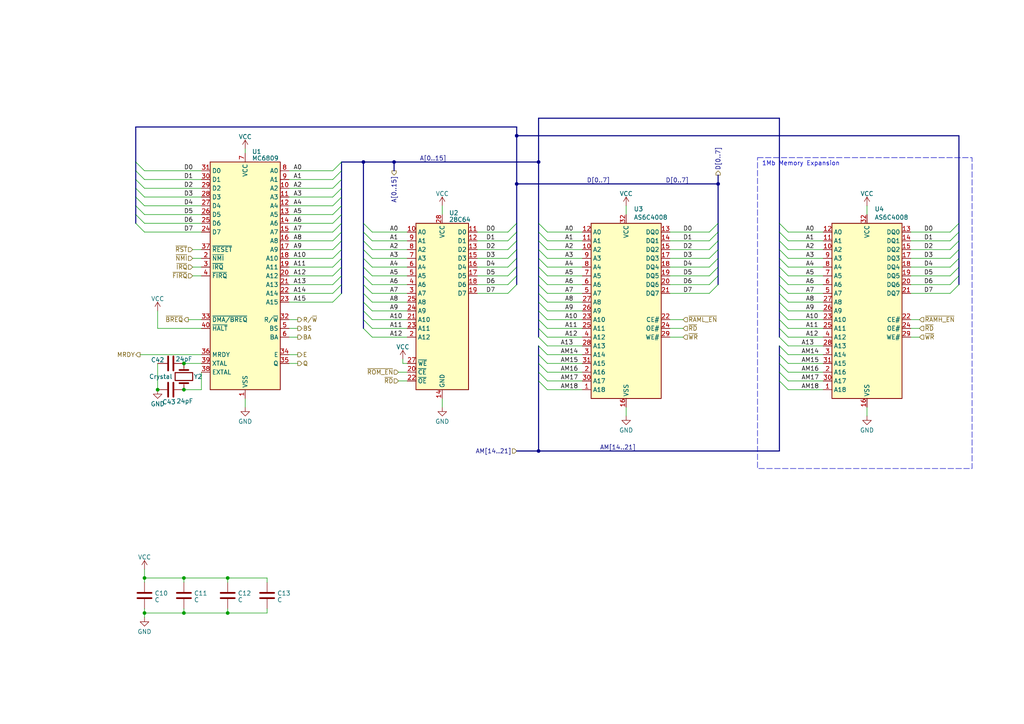
<source format=kicad_sch>
(kicad_sch (version 20231120) (generator "eeschema") (generator_version "8.0")
  (paper "A4")
  (lib_symbols
    (symbol "CPU_NXP_6800:MC6809"
      (property "Reference" "U" (at -7.62 34.29 0))
      (property "Value" "MC6809" (at 10.16 34.29 0))
      (symbol "MC6809_0_1"
        (rectangle (start -10.16 -33.02) (end 10.16 33.02) (stroke (width 0.254)) (fill (type background)))
      )
      (symbol "MC6809_1_1"
        (pin power_in line (at 0 -35.56 90) (length 2.54) (name "VSS") (number "1"))
        (pin output line (at 12.7 25.4 180) (length 2.54) (name "A2") (number "10"))
        (pin output line (at 12.7 22.86 180) (length 2.54) (name "A3") (number "11"))
        (pin output line (at 12.7 20.32 180) (length 2.54) (name "A4") (number "12"))
        (pin output line (at 12.7 17.78 180) (length 2.54) (name "A5") (number "13"))
        (pin output line (at 12.7 15.24 180) (length 2.54) (name "A6") (number "14"))
        (pin output line (at 12.7 12.7 180) (length 2.54) (name "A7") (number "15"))
        (pin output line (at 12.7 10.16 180) (length 2.54) (name "A8") (number "16"))
        (pin output line (at 12.7 7.62 180) (length 2.54) (name "A9") (number "17"))
        (pin output line (at 12.7 5.08 180) (length 2.54) (name "A10") (number "18"))
        (pin output line (at 12.7 2.54 180) (length 2.54) (name "A11") (number "19"))
        (pin input line (at -12.7 5.08 0) (length 2.54) (name "~{NMI}") (number "2"))
        (pin output line (at 12.7 0 180) (length 2.54) (name "A12") (number "20"))
        (pin output line (at 12.7 -2.54 180) (length 2.54) (name "A13") (number "21"))
        (pin output line (at 12.7 -5.08 180) (length 2.54) (name "A14") (number "22"))
        (pin output line (at 12.7 -7.62 180) (length 2.54) (name "A15") (number "23"))
        (pin bidirectional line (at -12.7 12.7 0) (length 2.54) (name "D7") (number "24"))
        (pin bidirectional line (at -12.7 15.24 0) (length 2.54) (name "D6") (number "25"))
        (pin bidirectional line (at -12.7 17.78 0) (length 2.54) (name "D5") (number "26"))
        (pin bidirectional line (at -12.7 20.32 0) (length 2.54) (name "D4") (number "27"))
        (pin bidirectional line (at -12.7 22.86 0) (length 2.54) (name "D3") (number "28"))
        (pin bidirectional line (at -12.7 25.4 0) (length 2.54) (name "D2") (number "29"))
        (pin input line (at -12.7 2.54 0) (length 2.54) (name "~{IRQ}") (number "3"))
        (pin bidirectional line (at -12.7 27.94 0) (length 2.54) (name "D1") (number "30"))
        (pin bidirectional line (at -12.7 30.48 0) (length 2.54) (name "D0") (number "31"))
        (pin output line (at 12.7 -12.7 180) (length 2.54) (name "R/~{W}") (number "32"))
        (pin input line (at -12.7 -12.7 0) (length 2.54) (name "~{DMA/BREQ}") (number "33"))
        (pin output line (at 12.7 -22.86 180) (length 2.54) (name "E") (number "34"))
        (pin output line (at 12.7 -25.4 180) (length 2.54) (name "Q") (number "35"))
        (pin input line (at -12.7 -22.86 0) (length 2.54) (name "MRDY") (number "36"))
        (pin input line (at -12.7 7.62 0) (length 2.54) (name "~{RESET}") (number "37"))
        (pin input line (at -12.7 -27.94 0) (length 2.54) (name "EXTAL") (number "38"))
        (pin input line (at -12.7 -25.4 0) (length 2.54) (name "XTAL") (number "39"))
        (pin input line (at -12.7 0 0) (length 2.54) (name "~{FIRQ}") (number "4"))
        (pin input line (at -12.7 -15.24 0) (length 2.54) (name "~{HALT}") (number "40"))
        (pin output line (at 12.7 -15.24 180) (length 2.54) (name "BS") (number "5"))
        (pin output line (at 12.7 -17.78 180) (length 2.54) (name "BA") (number "6"))
        (pin power_in line (at 0 35.56 270) (length 2.54) (name "VCC") (number "7"))
        (pin output line (at 12.7 30.48 180) (length 2.54) (name "A0") (number "8"))
        (pin output line (at 12.7 27.94 180) (length 2.54) (name "A1") (number "9"))
      )
    )
    (symbol "Device:C" (pin_numbers hide) (pin_names (offset 0.254))
      (property "Reference" "C" (at 0.635 2.54 0))
      (property "Value" "C" (at 0.635 -2.54 0))
      (symbol "C_0_1"
        (polyline (pts (xy -2.032 -0.762) (xy 2.032 -0.762)) (stroke (width 0.508)))
        (polyline (pts (xy -2.032 0.762) (xy 2.032 0.762)) (stroke (width 0.508)))
      )
      (symbol "C_1_1"
        (pin passive line (at 0 3.81 270) (length 2.794) (name "~") (number "1"))
        (pin passive line (at 0 -3.81 90) (length 2.794) (name "~") (number "2"))
      )
    )
    (symbol "Device:Crystal" (pin_numbers hide) (pin_names (offset 1.016) hide)
      (property "Reference" "Y" (at 0 3.81 0))
      (property "Value" "Crystal" (at 0 -3.81 0))
      (symbol "Crystal_0_1"
        (rectangle (start -1.143 2.54) (end 1.143 -2.54) (stroke (width 0.3048)))
        (polyline (pts (xy -2.54 0) (xy -1.905 0)))
        (polyline (pts (xy -1.905 -1.27) (xy -1.905 1.27)) (stroke (width 0.508)))
        (polyline (pts (xy 1.905 -1.27) (xy 1.905 1.27)) (stroke (width 0.508)))
        (polyline (pts (xy 2.54 0) (xy 1.905 0)))
      )
      (symbol "Crystal_1_1"
        (pin passive line (at -3.81 0 0) (length 1.27) (name "1") (number "1"))
        (pin passive line (at 3.81 0 180) (length 1.27) (name "2") (number "2"))
      )
    )
    (symbol "Memory_EPROM:27C64"
      (property "Reference" "U2" (at 1.9559 25.8699 0))
      (property "Value" "28C64" (at 1.9559 23.9489 0))
      (symbol "27C64_1_1"
        (rectangle (start -7.62 22.86) (end 7.62 -25.4) (stroke (width 0.254)) (fill (type background)))
        (pin input line (at -10.16 20.32 0) (length 2.54) (name "A0") (number "10"))
        (pin tri_state line (at 10.16 20.32 180) (length 2.54) (name "D0") (number "11"))
        (pin tri_state line (at 10.16 17.78 180) (length 2.54) (name "D1") (number "12"))
        (pin tri_state line (at 10.16 15.24 180) (length 2.54) (name "D2") (number "13"))
        (pin power_in line (at 0 -27.94 90) (length 2.54) (name "GND") (number "14"))
        (pin tri_state line (at 10.16 12.7 180) (length 2.54) (name "D3") (number "15"))
        (pin tri_state line (at 10.16 10.16 180) (length 2.54) (name "D4") (number "16"))
        (pin tri_state line (at 10.16 7.62 180) (length 2.54) (name "D5") (number "17"))
        (pin tri_state line (at 10.16 5.08 180) (length 2.54) (name "D6") (number "18"))
        (pin tri_state line (at 10.16 2.54 180) (length 2.54) (name "D7") (number "19"))
        (pin input line (at -10.16 -10.16 0) (length 2.54) (name "A12") (number "2"))
        (pin input line (at -10.16 -20.32 0) (length 2.54) (name "~{CE}") (number "20"))
        (pin input line (at -10.16 -5.08 0) (length 2.54) (name "A10") (number "21"))
        (pin input line (at -10.16 -22.86 0) (length 2.54) (name "~{OE}") (number "22"))
        (pin input line (at -10.16 -7.62 0) (length 2.54) (name "A11") (number "23"))
        (pin input line (at -10.16 -2.54 0) (length 2.54) (name "A9") (number "24"))
        (pin input line (at -10.16 0 0) (length 2.54) (name "A8") (number "25"))
        (pin no_connect line (at 7.62 0 180) (length 2.54) hide (name "NC") (number "26"))
        (pin input line (at -10.16 -17.78 0) (length 2.54) (name "~{WE}") (number "27"))
        (pin power_in line (at 0 25.4 270) (length 2.54) (name "VCC") (number "28"))
        (pin input line (at -10.16 2.54 0) (length 2.54) (name "A7") (number "3"))
        (pin input line (at -10.16 5.08 0) (length 2.54) (name "A6") (number "4"))
        (pin input line (at -10.16 7.62 0) (length 2.54) (name "A5") (number "5"))
        (pin input line (at -10.16 10.16 0) (length 2.54) (name "A4") (number "6"))
        (pin input line (at -10.16 12.7 0) (length 2.54) (name "A3") (number "7"))
        (pin input line (at -10.16 15.24 0) (length 2.54) (name "A2") (number "8"))
        (pin input line (at -10.16 17.78 0) (length 2.54) (name "A1") (number "9"))
      )
    )
    (symbol "Memory_RAM:AS6C4008-55PCN"
      (property "Reference" "U" (at -10.16 26.035 0))
      (property "Value" "AS6C4008-55PCN" (at 2.54 26.035 0))
      (symbol "AS6C4008-55PCN_0_0"
        (pin power_in line (at 0 -27.94 90) (length 2.54) (name "VSS") (number "16"))
        (pin power_in line (at 0 27.94 270) (length 2.54) (name "VCC") (number "32"))
      )
      (symbol "AS6C4008-55PCN_0_1"
        (rectangle (start -10.16 25.4) (end 10.16 -25.4) (stroke (width 0.254)) (fill (type background)))
      )
      (symbol "AS6C4008-55PCN_1_1"
        (pin input line (at -12.7 -22.86 0) (length 2.54) (name "A18") (number "1"))
        (pin input line (at -12.7 17.78 0) (length 2.54) (name "A2") (number "10"))
        (pin input line (at -12.7 20.32 0) (length 2.54) (name "A1") (number "11"))
        (pin input line (at -12.7 22.86 0) (length 2.54) (name "A0") (number "12"))
        (pin tri_state line (at 12.7 22.86 180) (length 2.54) (name "DQ0") (number "13"))
        (pin tri_state line (at 12.7 20.32 180) (length 2.54) (name "DQ1") (number "14"))
        (pin tri_state line (at 12.7 17.78 180) (length 2.54) (name "DQ2") (number "15"))
        (pin tri_state line (at 12.7 15.24 180) (length 2.54) (name "DQ3") (number "17"))
        (pin tri_state line (at 12.7 12.7 180) (length 2.54) (name "DQ4") (number "18"))
        (pin tri_state line (at 12.7 10.16 180) (length 2.54) (name "DQ5") (number "19"))
        (pin input line (at -12.7 -17.78 0) (length 2.54) (name "A16") (number "2"))
        (pin tri_state line (at 12.7 7.62 180) (length 2.54) (name "DQ6") (number "20"))
        (pin tri_state line (at 12.7 5.08 180) (length 2.54) (name "DQ7") (number "21"))
        (pin input line (at 12.7 -2.54 180) (length 2.54) (name "CE#") (number "22"))
        (pin input line (at -12.7 -2.54 0) (length 2.54) (name "A10") (number "23"))
        (pin input line (at 12.7 -5.08 180) (length 2.54) (name "OE#") (number "24"))
        (pin input line (at -12.7 -5.08 0) (length 2.54) (name "A11") (number "25"))
        (pin input line (at -12.7 0 0) (length 2.54) (name "A9") (number "26"))
        (pin input line (at -12.7 2.54 0) (length 2.54) (name "A8") (number "27"))
        (pin input line (at -12.7 -10.16 0) (length 2.54) (name "A13") (number "28"))
        (pin input line (at 12.7 -7.62 180) (length 2.54) (name "WE#") (number "29"))
        (pin input line (at -12.7 -12.7 0) (length 2.54) (name "A14") (number "3"))
        (pin input line (at -12.7 -20.32 0) (length 2.54) (name "A17") (number "30"))
        (pin input line (at -12.7 -15.24 0) (length 2.54) (name "A15") (number "31"))
        (pin input line (at -12.7 -7.62 0) (length 2.54) (name "A12") (number "4"))
        (pin input line (at -12.7 5.08 0) (length 2.54) (name "A7") (number "5"))
        (pin input line (at -12.7 7.62 0) (length 2.54) (name "A6") (number "6"))
        (pin input line (at -12.7 10.16 0) (length 2.54) (name "A5") (number "7"))
        (pin input line (at -12.7 12.7 0) (length 2.54) (name "A4") (number "8"))
        (pin input line (at -12.7 15.24 0) (length 2.54) (name "A3") (number "9"))
      )
    )
    (symbol "power:GND" (power) (pin_names (offset 0))
      (property "Value" "GND" (at 0 -3.81 0))
      (symbol "GND_0_1"
        (polyline (pts (xy 0 0) (xy 0 -1.27) (xy 1.27 -1.27) (xy 0 -2.54) (xy -1.27 -1.27) (xy 0 -1.27)))
      )
      (symbol "GND_1_1"
        (pin power_in line (at 0 0 270) (length 0) hide (name "GND") (number "1"))
      )
    )
    (symbol "power:VCC" (power) (pin_names (offset 0))
      (property "Value" "VCC" (at 0 3.81 0))
      (symbol "VCC_0_1"
        (polyline (pts (xy -0.762 1.27) (xy 0 2.54)))
        (polyline (pts (xy 0 0) (xy 0 2.54)))
        (polyline (pts (xy 0 2.54) (xy 0.762 1.27)))
      )
      (symbol "VCC_1_1"
        (pin power_in line (at 0 0 90) (length 0) hide (name "VCC") (number "1"))
      )
    )
  )
  (bus_alias "" (members))
  (bus_alias "BUS" (members "{A[15..0]" "AM[23..13]" "D[7..0]" "~{RD}" "~{WR}" "E" "Q" "R/~{W}" "~{IRQ}" "~{FIRQ}" "~{NMI}" "~{RST}" "~{HALT}" "~{BREQ}" "MRDY" "BS" "BA" "~{ROM_EN}" "~{RAML_EN}" "~{RAMH_EN}}"))
  (bus_alias "CPU_BUS" (members "A[15..0]" "AM[23..13]" "D[7..0]" "~RD" "~WR" "E" "Q" "R/~W" "~IRQ" "~FIRQ" "~NMI" "~RST" "~HALT" "~BREQ" "MRDY" "BS" "BA" "~ROM_EN" "~RAML_EN" "~RAMH_EN"))
  (junction (at 41.91 177.8))
  (junction (at 156.21 46.99))
  (junction (at 156.21 130.81))
  (junction (at 149.86 39.37))
  (junction (at 66.04 167.64))
  (junction (at 41.91 167.64))
  (junction (at 53.34 177.8))
  (junction (at 45.72 113.03))
  (junction (at 105.41 46.99))
  (junction (at 53.34 167.64))
  (junction (at 53.34 105.41))
  (junction (at 114.3 46.99))
  (junction (at 208.28 53.34))
  (junction (at 66.04 177.8))
  (junction (at 53.34 113.03))
  (junction (at 149.86 53.34))
  (bus_entry (at 96.52 52.07) (size 2.54 -2.54))
  (bus_entry (at 226.06 67.31) (size 2.54 2.54))
  (bus_entry (at 105.41 64.77) (size 2.54 2.54))
  (bus_entry (at 147.32 77.47) (size 2.54 -2.54))
  (bus_entry (at 147.32 67.31) (size 2.54 -2.54))
  (bus_entry (at 278.13 67.31) (size -2.54 2.54))
  (bus_entry (at 96.52 49.53) (size 2.54 -2.54))
  (bus_entry (at 147.32 74.93) (size 2.54 -2.54))
  (bus_entry (at 208.28 80.01) (size -2.54 2.54))
  (bus_entry (at 39.37 46.99) (size 2.54 2.54))
  (bus_entry (at 156.21 85.09) (size 2.54 2.54))
  (bus_entry (at 147.32 69.85) (size 2.54 -2.54))
  (bus_entry (at 105.41 92.71) (size 2.54 2.54))
  (bus_entry (at 105.41 90.17) (size 2.54 2.54))
  (bus_entry (at 39.37 57.15) (size 2.54 2.54))
  (bus_entry (at 96.52 54.61) (size 2.54 -2.54))
  (bus_entry (at 96.52 69.85) (size 2.54 -2.54))
  (bus_entry (at 96.52 80.01) (size 2.54 -2.54))
  (bus_entry (at 226.06 107.95) (size 2.54 2.54))
  (bus_entry (at 278.13 82.55) (size -2.54 2.54))
  (bus_entry (at 226.06 87.63) (size 2.54 2.54))
  (bus_entry (at 96.52 77.47) (size 2.54 -2.54))
  (bus_entry (at 156.21 72.39) (size 2.54 2.54))
  (bus_entry (at 226.06 92.71) (size 2.54 2.54))
  (bus_entry (at 208.28 67.31) (size -2.54 2.54))
  (bus_entry (at 96.52 64.77) (size 2.54 -2.54))
  (bus_entry (at 278.13 64.77) (size -2.54 2.54))
  (bus_entry (at 278.13 69.85) (size -2.54 2.54))
  (bus_entry (at 226.06 82.55) (size 2.54 2.54))
  (bus_entry (at 278.13 72.39) (size -2.54 2.54))
  (bus_entry (at 226.06 74.93) (size 2.54 2.54))
  (bus_entry (at 208.28 77.47) (size -2.54 2.54))
  (bus_entry (at 147.32 85.09) (size 2.54 -2.54))
  (bus_entry (at 226.06 80.01) (size 2.54 2.54))
  (bus_entry (at 226.06 90.17) (size 2.54 2.54))
  (bus_entry (at 96.52 57.15) (size 2.54 -2.54))
  (bus_entry (at 226.06 105.41) (size 2.54 2.54))
  (bus_entry (at 156.21 82.55) (size 2.54 2.54))
  (bus_entry (at 226.06 102.87) (size 2.54 2.54))
  (bus_entry (at 105.41 87.63) (size 2.54 2.54))
  (bus_entry (at 156.21 90.17) (size 2.54 2.54))
  (bus_entry (at 156.21 105.41) (size 2.54 2.54))
  (bus_entry (at 226.06 97.79) (size 2.54 2.54))
  (bus_entry (at 156.21 95.25) (size 2.54 2.54))
  (bus_entry (at 156.21 74.93) (size 2.54 2.54))
  (bus_entry (at 156.21 107.95) (size 2.54 2.54))
  (bus_entry (at 96.52 74.93) (size 2.54 -2.54))
  (bus_entry (at 105.41 74.93) (size 2.54 2.54))
  (bus_entry (at 278.13 77.47) (size -2.54 2.54))
  (bus_entry (at 156.21 110.49) (size 2.54 2.54))
  (bus_entry (at 226.06 64.77) (size 2.54 2.54))
  (bus_entry (at 39.37 54.61) (size 2.54 2.54))
  (bus_entry (at 156.21 100.33) (size 2.54 2.54))
  (bus_entry (at 226.06 85.09) (size 2.54 2.54))
  (bus_entry (at 105.41 77.47) (size 2.54 2.54))
  (bus_entry (at 96.52 82.55) (size 2.54 -2.54))
  (bus_entry (at 156.21 67.31) (size 2.54 2.54))
  (bus_entry (at 278.13 74.93) (size -2.54 2.54))
  (bus_entry (at 39.37 59.69) (size 2.54 2.54))
  (bus_entry (at 156.21 87.63) (size 2.54 2.54))
  (bus_entry (at 105.41 80.01) (size 2.54 2.54))
  (bus_entry (at 226.06 95.25) (size 2.54 2.54))
  (bus_entry (at 147.32 72.39) (size 2.54 -2.54))
  (bus_entry (at 105.41 69.85) (size 2.54 2.54))
  (bus_entry (at 208.28 74.93) (size -2.54 2.54))
  (bus_entry (at 208.28 64.77) (size -2.54 2.54))
  (bus_entry (at 208.28 72.39) (size -2.54 2.54))
  (bus_entry (at 96.52 87.63) (size 2.54 -2.54))
  (bus_entry (at 96.52 85.09) (size 2.54 -2.54))
  (bus_entry (at 39.37 64.77) (size 2.54 2.54))
  (bus_entry (at 156.21 77.47) (size 2.54 2.54))
  (bus_entry (at 96.52 59.69) (size 2.54 -2.54))
  (bus_entry (at 156.21 80.01) (size 2.54 2.54))
  (bus_entry (at 226.06 110.49) (size 2.54 2.54))
  (bus_entry (at 226.06 100.33) (size 2.54 2.54))
  (bus_entry (at 226.06 72.39) (size 2.54 2.54))
  (bus_entry (at 105.41 67.31) (size 2.54 2.54))
  (bus_entry (at 156.21 97.79) (size 2.54 2.54))
  (bus_entry (at 278.13 80.01) (size -2.54 2.54))
  (bus_entry (at 156.21 102.87) (size 2.54 2.54))
  (bus_entry (at 147.32 80.01) (size 2.54 -2.54))
  (bus_entry (at 105.41 72.39) (size 2.54 2.54))
  (bus_entry (at 105.41 85.09) (size 2.54 2.54))
  (bus_entry (at 226.06 77.47) (size 2.54 2.54))
  (bus_entry (at 156.21 69.85) (size 2.54 2.54))
  (bus_entry (at 39.37 62.23) (size 2.54 2.54))
  (bus_entry (at 96.52 62.23) (size 2.54 -2.54))
  (bus_entry (at 105.41 95.25) (size 2.54 2.54))
  (bus_entry (at 156.21 64.77) (size 2.54 2.54))
  (bus_entry (at 96.52 72.39) (size 2.54 -2.54))
  (bus_entry (at 39.37 49.53) (size 2.54 2.54))
  (bus_entry (at 39.37 52.07) (size 2.54 2.54))
  (bus_entry (at 208.28 82.55) (size -2.54 2.54))
  (bus_entry (at 105.41 82.55) (size 2.54 2.54))
  (bus_entry (at 96.52 67.31) (size 2.54 -2.54))
  (bus_entry (at 156.21 92.71) (size 2.54 2.54))
  (bus_entry (at 208.28 69.85) (size -2.54 2.54))
  (bus_entry (at 147.32 82.55) (size 2.54 -2.54))
  (bus_entry (at 226.06 69.85) (size 2.54 2.54))
  (wire (pts (xy 83.82 59.69) (xy 96.52 59.69)))
  (wire (pts (xy 181.61 118.11) (xy 181.61 120.65)))
  (wire (pts (xy 228.6 97.79) (xy 238.76 97.79)))
  (wire (pts (xy 158.75 87.63) (xy 168.91 87.63)))
  (bus (pts (xy 149.86 77.47) (xy 149.86 80.01)))
  (wire (pts (xy 138.43 69.85) (xy 147.32 69.85)))
  (wire (pts (xy 228.6 95.25) (xy 238.76 95.25)))
  (bus (pts (xy 208.28 67.31) (xy 208.28 69.85)))
  (wire (pts (xy 107.95 67.31) (xy 118.11 67.31)))
  (bus (pts (xy 278.13 72.39) (xy 278.13 74.93)))
  (wire (pts (xy 158.75 69.85) (xy 168.91 69.85)))
  (wire (pts (xy 158.75 113.03) (xy 168.91 113.03)))
  (bus (pts (xy 149.86 64.77) (xy 149.86 67.31)))
  (wire (pts (xy 266.7 97.79) (xy 264.16 97.79)))
  (wire (pts (xy 71.12 43.18) (xy 71.12 44.45)))
  (bus (pts (xy 149.86 80.01) (xy 149.86 82.55)))
  (wire (pts (xy 228.6 77.47) (xy 238.76 77.47)))
  (bus (pts (xy 226.06 107.95) (xy 226.06 110.49)))
  (wire (pts (xy 86.36 92.71) (xy 83.82 92.71)))
  (bus (pts (xy 99.06 49.53) (xy 99.06 52.07)))
  (bus (pts (xy 156.21 90.17) (xy 156.21 92.71)))
  (wire (pts (xy 107.95 97.79) (xy 118.11 97.79)))
  (wire (pts (xy 54.61 92.71) (xy 58.42 92.71)))
  (wire (pts (xy 194.31 69.85) (xy 205.74 69.85)))
  (wire (pts (xy 83.82 57.15) (xy 96.52 57.15)))
  (bus (pts (xy 105.41 64.77) (xy 105.41 46.99)))
  (wire (pts (xy 83.82 72.39) (xy 96.52 72.39)))
  (bus (pts (xy 226.06 100.33) (xy 226.06 102.87)))
  (wire (pts (xy 158.75 105.41) (xy 168.91 105.41)))
  (wire (pts (xy 40.64 102.87) (xy 58.42 102.87)))
  (wire (pts (xy 45.72 95.25) (xy 45.72 90.17)))
  (bus (pts (xy 105.41 85.09) (xy 105.41 87.63)))
  (wire (pts (xy 228.6 87.63) (xy 238.76 87.63)))
  (bus (pts (xy 156.21 87.63) (xy 156.21 90.17)))
  (wire (pts (xy 158.75 100.33) (xy 168.91 100.33)))
  (bus (pts (xy 278.13 80.01) (xy 278.13 82.55)))
  (wire (pts (xy 158.75 67.31) (xy 168.91 67.31)))
  (bus (pts (xy 226.06 95.25) (xy 226.06 97.79)))
  (wire (pts (xy 58.42 95.25) (xy 45.72 95.25)))
  (wire (pts (xy 228.6 92.71) (xy 238.76 92.71)))
  (bus (pts (xy 149.86 74.93) (xy 149.86 77.47)))
  (wire (pts (xy 66.04 177.8) (xy 66.04 176.53)))
  (wire (pts (xy 45.72 105.41) (xy 45.72 113.03)))
  (bus (pts (xy 156.21 80.01) (xy 156.21 82.55)))
  (wire (pts (xy 77.47 177.8) (xy 77.47 176.53)))
  (wire (pts (xy 158.75 77.47) (xy 168.91 77.47)))
  (wire (pts (xy 77.47 167.64) (xy 77.47 168.91)))
  (wire (pts (xy 264.16 74.93) (xy 275.59 74.93)))
  (wire (pts (xy 83.82 74.93) (xy 96.52 74.93)))
  (bus (pts (xy 156.21 64.77) (xy 156.21 67.31)))
  (wire (pts (xy 128.27 59.69) (xy 128.27 62.23)))
  (bus (pts (xy 156.21 46.99) (xy 114.3 46.99)))
  (wire (pts (xy 158.75 97.79) (xy 168.91 97.79)))
  (bus (pts (xy 99.06 46.99) (xy 99.06 49.53)))
  (bus (pts (xy 226.06 87.63) (xy 226.06 90.17)))
  (bus (pts (xy 226.06 69.85) (xy 226.06 72.39)))
  (wire (pts (xy 158.75 107.95) (xy 168.91 107.95)))
  (bus (pts (xy 156.21 74.93) (xy 156.21 77.47)))
  (bus (pts (xy 226.06 67.31) (xy 226.06 69.85)))
  (bus (pts (xy 278.13 64.77) (xy 278.13 39.37)))
  (wire (pts (xy 83.82 49.53) (xy 96.52 49.53)))
  (wire (pts (xy 198.12 95.25) (xy 194.31 95.25)))
  (wire (pts (xy 228.6 74.93) (xy 238.76 74.93)))
  (bus (pts (xy 114.3 46.99) (xy 105.41 46.99)))
  (bus (pts (xy 99.06 52.07) (xy 99.06 54.61)))
  (wire (pts (xy 228.6 107.95) (xy 238.76 107.95)))
  (wire (pts (xy 107.95 87.63) (xy 118.11 87.63)))
  (wire (pts (xy 228.6 105.41) (xy 238.76 105.41)))
  (bus (pts (xy 105.41 92.71) (xy 105.41 95.25)))
  (wire (pts (xy 138.43 67.31) (xy 147.32 67.31)))
  (bus (pts (xy 99.06 62.23) (xy 99.06 64.77)))
  (bus (pts (xy 39.37 52.07) (xy 39.37 49.53)))
  (wire (pts (xy 158.75 80.01) (xy 168.91 80.01)))
  (bus (pts (xy 99.06 57.15) (xy 99.06 59.69)))
  (wire (pts (xy 53.34 105.41) (xy 58.42 105.41)))
  (wire (pts (xy 107.95 69.85) (xy 118.11 69.85)))
  (wire (pts (xy 83.82 87.63) (xy 96.52 87.63)))
  (wire (pts (xy 266.7 95.25) (xy 264.16 95.25)))
  (bus (pts (xy 156.21 77.47) (xy 156.21 80.01)))
  (bus (pts (xy 105.41 82.55) (xy 105.41 85.09)))
  (bus (pts (xy 226.06 105.41) (xy 226.06 107.95)))
  (bus (pts (xy 208.28 77.47) (xy 208.28 80.01)))
  (wire (pts (xy 41.91 54.61) (xy 58.42 54.61)))
  (wire (pts (xy 264.16 77.47) (xy 275.59 77.47)))
  (wire (pts (xy 83.82 80.01) (xy 96.52 80.01)))
  (bus (pts (xy 156.21 95.25) (xy 156.21 97.79)))
  (bus (pts (xy 99.06 69.85) (xy 99.06 72.39)))
  (bus (pts (xy 39.37 36.83) (xy 149.86 36.83)))
  (bus (pts (xy 156.21 64.77) (xy 156.21 46.99)))
  (bus (pts (xy 278.13 67.31) (xy 278.13 69.85)))
  (bus (pts (xy 208.28 53.34) (xy 149.86 53.34)))
  (wire (pts (xy 138.43 85.09) (xy 147.32 85.09)))
  (bus (pts (xy 156.21 46.99) (xy 156.21 34.29)))
  (bus (pts (xy 156.21 102.87) (xy 156.21 105.41)))
  (wire (pts (xy 228.6 102.87) (xy 238.76 102.87)))
  (wire (pts (xy 55.88 72.39) (xy 58.42 72.39)))
  (wire (pts (xy 107.95 77.47) (xy 118.11 77.47)))
  (wire (pts (xy 107.95 72.39) (xy 118.11 72.39)))
  (wire (pts (xy 53.34 167.64) (xy 66.04 167.64)))
  (wire (pts (xy 228.6 100.33) (xy 238.76 100.33)))
  (wire (pts (xy 107.95 85.09) (xy 118.11 85.09)))
  (wire (pts (xy 158.75 82.55) (xy 168.91 82.55)))
  (wire (pts (xy 138.43 74.93) (xy 147.32 74.93)))
  (bus (pts (xy 99.06 80.01) (xy 99.06 82.55)))
  (wire (pts (xy 83.82 64.77) (xy 96.52 64.77)))
  (wire (pts (xy 53.34 177.8) (xy 53.34 176.53)))
  (bus (pts (xy 99.06 74.93) (xy 99.06 77.47)))
  (wire (pts (xy 194.31 82.55) (xy 205.74 82.55)))
  (bus (pts (xy 149.86 39.37) (xy 149.86 53.34)))
  (wire (pts (xy 107.95 80.01) (xy 118.11 80.01)))
  (bus (pts (xy 99.06 82.55) (xy 99.06 85.09)))
  (wire (pts (xy 41.91 177.8) (xy 53.34 177.8)))
  (bus (pts (xy 105.41 80.01) (xy 105.41 82.55)))
  (wire (pts (xy 41.91 52.07) (xy 58.42 52.07)))
  (wire (pts (xy 41.91 167.64) (xy 53.34 167.64)))
  (wire (pts (xy 41.91 177.8) (xy 41.91 179.07)))
  (bus (pts (xy 105.41 77.47) (xy 105.41 80.01)))
  (bus (pts (xy 105.41 87.63) (xy 105.41 90.17)))
  (wire (pts (xy 158.75 90.17) (xy 168.91 90.17)))
  (bus (pts (xy 226.06 102.87) (xy 226.06 105.41)))
  (bus (pts (xy 39.37 54.61) (xy 39.37 52.07)))
  (wire (pts (xy 264.16 69.85) (xy 275.59 69.85)))
  (wire (pts (xy 194.31 74.93) (xy 205.74 74.93)))
  (bus (pts (xy 39.37 46.99) (xy 39.37 36.83)))
  (wire (pts (xy 107.95 74.93) (xy 118.11 74.93)))
  (bus (pts (xy 278.13 69.85) (xy 278.13 72.39)))
  (wire (pts (xy 115.57 107.95) (xy 118.11 107.95)))
  (bus (pts (xy 156.21 72.39) (xy 156.21 74.93)))
  (bus (pts (xy 149.86 130.81) (xy 156.21 130.81)))
  (wire (pts (xy 198.12 92.71) (xy 194.31 92.71)))
  (wire (pts (xy 41.91 64.77) (xy 58.42 64.77)))
  (bus (pts (xy 156.21 69.85) (xy 156.21 72.39)))
  (bus (pts (xy 156.21 130.81) (xy 156.21 110.49)))
  (wire (pts (xy 83.82 85.09) (xy 96.52 85.09)))
  (wire (pts (xy 55.88 80.01) (xy 58.42 80.01)))
  (bus (pts (xy 99.06 77.47) (xy 99.06 80.01)))
  (wire (pts (xy 66.04 167.64) (xy 66.04 168.91)))
  (wire (pts (xy 86.36 105.41) (xy 83.82 105.41)))
  (bus (pts (xy 226.06 130.81) (xy 156.21 130.81)))
  (bus (pts (xy 149.86 53.34) (xy 149.86 64.77)))
  (bus (pts (xy 226.06 80.01) (xy 226.06 82.55)))
  (bus (pts (xy 226.06 77.47) (xy 226.06 80.01)))
  (wire (pts (xy 228.6 72.39) (xy 238.76 72.39)))
  (wire (pts (xy 158.75 110.49) (xy 168.91 110.49)))
  (wire (pts (xy 41.91 62.23) (xy 58.42 62.23)))
  (bus (pts (xy 226.06 85.09) (xy 226.06 87.63)))
  (wire (pts (xy 158.75 72.39) (xy 168.91 72.39)))
  (bus (pts (xy 149.86 36.83) (xy 149.86 39.37)))
  (wire (pts (xy 41.91 165.1) (xy 41.91 167.64)))
  (bus (pts (xy 208.28 69.85) (xy 208.28 72.39)))
  (bus (pts (xy 39.37 62.23) (xy 39.37 59.69)))
  (wire (pts (xy 55.88 77.47) (xy 58.42 77.47)))
  (bus (pts (xy 149.86 39.37) (xy 278.13 39.37)))
  (bus (pts (xy 105.41 72.39) (xy 105.41 74.93)))
  (wire (pts (xy 41.91 49.53) (xy 58.42 49.53)))
  (bus (pts (xy 208.28 64.77) (xy 208.28 67.31)))
  (wire (pts (xy 138.43 80.01) (xy 147.32 80.01)))
  (wire (pts (xy 53.34 177.8) (xy 66.04 177.8)))
  (wire (pts (xy 266.7 92.71) (xy 264.16 92.71)))
  (bus (pts (xy 39.37 64.77) (xy 39.37 62.23)))
  (bus (pts (xy 156.21 82.55) (xy 156.21 85.09)))
  (wire (pts (xy 86.36 95.25) (xy 83.82 95.25)))
  (wire (pts (xy 71.12 115.57) (xy 71.12 118.11)))
  (bus (pts (xy 149.86 69.85) (xy 149.86 72.39)))
  (wire (pts (xy 116.84 105.41) (xy 116.84 104.14)))
  (bus (pts (xy 156.21 34.29) (xy 226.06 34.29)))
  (bus (pts (xy 208.28 72.39) (xy 208.28 74.93)))
  (bus (pts (xy 156.21 85.09) (xy 156.21 87.63)))
  (wire (pts (xy 158.75 74.93) (xy 168.91 74.93)))
  (bus (pts (xy 105.41 67.31) (xy 105.41 69.85)))
  (wire (pts (xy 55.88 74.93) (xy 58.42 74.93)))
  (bus (pts (xy 208.28 80.01) (xy 208.28 82.55)))
  (wire (pts (xy 83.82 54.61) (xy 96.52 54.61)))
  (wire (pts (xy 83.82 52.07) (xy 96.52 52.07)))
  (wire (pts (xy 118.11 105.41) (xy 116.84 105.41)))
  (wire (pts (xy 83.82 82.55) (xy 96.52 82.55)))
  (wire (pts (xy 228.6 69.85) (xy 238.76 69.85)))
  (wire (pts (xy 83.82 77.47) (xy 96.52 77.47)))
  (wire (pts (xy 194.31 67.31) (xy 205.74 67.31)))
  (bus (pts (xy 99.06 67.31) (xy 99.06 69.85)))
  (wire (pts (xy 158.75 92.71) (xy 168.91 92.71)))
  (wire (pts (xy 228.6 113.03) (xy 238.76 113.03)))
  (bus (pts (xy 226.06 72.39) (xy 226.06 74.93)))
  (wire (pts (xy 138.43 72.39) (xy 147.32 72.39)))
  (wire (pts (xy 264.16 67.31) (xy 275.59 67.31)))
  (wire (pts (xy 264.16 82.55) (xy 275.59 82.55)))
  (bus (pts (xy 149.86 67.31) (xy 149.86 69.85)))
  (wire (pts (xy 107.95 95.25) (xy 118.11 95.25)))
  (bus (pts (xy 226.06 74.93) (xy 226.06 77.47)))
  (wire (pts (xy 58.42 113.03) (xy 58.42 107.95)))
  (bus (pts (xy 156.21 107.95) (xy 156.21 110.49)))
  (wire (pts (xy 138.43 82.55) (xy 147.32 82.55)))
  (wire (pts (xy 86.36 102.87) (xy 83.82 102.87)))
  (wire (pts (xy 264.16 72.39) (xy 275.59 72.39)))
  (bus (pts (xy 226.06 90.17) (xy 226.06 92.71)))
  (bus (pts (xy 156.21 105.41) (xy 156.21 107.95)))
  (bus (pts (xy 114.3 49.53) (xy 114.3 46.99)))
  (wire (pts (xy 107.95 82.55) (xy 118.11 82.55)))
  (wire (pts (xy 251.46 118.11) (xy 251.46 120.65)))
  (bus (pts (xy 278.13 74.93) (xy 278.13 77.47)))
  (bus (pts (xy 156.21 67.31) (xy 156.21 69.85)))
  (bus (pts (xy 39.37 59.69) (xy 39.37 57.15)))
  (bus (pts (xy 99.06 72.39) (xy 99.06 74.93)))
  (bus (pts (xy 105.41 64.77) (xy 105.41 67.31)))
  (bus (pts (xy 105.41 69.85) (xy 105.41 72.39)))
  (bus (pts (xy 156.21 100.33) (xy 156.21 102.87)))
  (wire (pts (xy 138.43 77.47) (xy 147.32 77.47)))
  (wire (pts (xy 83.82 67.31) (xy 96.52 67.31)))
  (bus (pts (xy 39.37 57.15) (xy 39.37 54.61)))
  (wire (pts (xy 86.36 97.79) (xy 83.82 97.79)))
  (bus (pts (xy 39.37 49.53) (xy 39.37 46.99)))
  (bus (pts (xy 226.06 34.29) (xy 226.06 64.77)))
  (wire (pts (xy 194.31 72.39) (xy 205.74 72.39)))
  (bus (pts (xy 278.13 64.77) (xy 278.13 67.31)))
  (wire (pts (xy 41.91 59.69) (xy 58.42 59.69)))
  (wire (pts (xy 198.12 97.79) (xy 194.31 97.79)))
  (bus (pts (xy 208.28 74.93) (xy 208.28 77.47)))
  (bus (pts (xy 105.41 74.93) (xy 105.41 77.47)))
  (wire (pts (xy 264.16 80.01) (xy 275.59 80.01)))
  (wire (pts (xy 115.57 110.49) (xy 118.11 110.49)))
  (wire (pts (xy 41.91 167.64) (xy 41.91 168.91)))
  (bus (pts (xy 105.41 46.99) (xy 99.06 46.99)))
  (wire (pts (xy 228.6 67.31) (xy 238.76 67.31)))
  (bus (pts (xy 99.06 59.69) (xy 99.06 62.23)))
  (wire (pts (xy 251.46 59.69) (xy 251.46 62.23)))
  (wire (pts (xy 83.82 62.23) (xy 96.52 62.23)))
  (wire (pts (xy 41.91 67.31) (xy 58.42 67.31)))
  (wire (pts (xy 158.75 85.09) (xy 168.91 85.09)))
  (bus (pts (xy 105.41 90.17) (xy 105.41 92.71)))
  (bus (pts (xy 208.28 64.77) (xy 208.28 53.34)))
  (wire (pts (xy 107.95 90.17) (xy 118.11 90.17)))
  (wire (pts (xy 228.6 110.49) (xy 238.76 110.49)))
  (wire (pts (xy 158.75 102.87) (xy 168.91 102.87)))
  (wire (pts (xy 53.34 167.64) (xy 53.34 168.91)))
  (wire (pts (xy 158.75 95.25) (xy 168.91 95.25)))
  (wire (pts (xy 66.04 177.8) (xy 77.47 177.8)))
  (wire (pts (xy 264.16 85.09) (xy 275.59 85.09)))
  (wire (pts (xy 194.31 85.09) (xy 205.74 85.09)))
  (wire (pts (xy 194.31 80.01) (xy 205.74 80.01)))
  (wire (pts (xy 66.04 167.64) (xy 77.47 167.64)))
  (wire (pts (xy 194.31 77.47) (xy 205.74 77.47)))
  (wire (pts (xy 228.6 80.01) (xy 238.76 80.01)))
  (wire (pts (xy 107.95 92.71) (xy 118.11 92.71)))
  (bus (pts (xy 99.06 54.61) (xy 99.06 57.15)))
  (bus (pts (xy 149.86 72.39) (xy 149.86 74.93)))
  (wire (pts (xy 228.6 82.55) (xy 238.76 82.55)))
  (bus (pts (xy 99.06 64.77) (xy 99.06 67.31)))
  (wire (pts (xy 181.61 59.69) (xy 181.61 62.23)))
  (bus (pts (xy 226.06 92.71) (xy 226.06 95.25)))
  (bus (pts (xy 226.06 82.55) (xy 226.06 85.09)))
  (wire (pts (xy 128.27 115.57) (xy 128.27 118.11)))
  (bus (pts (xy 156.21 92.71) (xy 156.21 95.25)))
  (bus (pts (xy 226.06 64.77) (xy 226.06 67.31)))
  (wire (pts (xy 228.6 85.09) (xy 238.76 85.09)))
  (wire (pts (xy 41.91 176.53) (xy 41.91 177.8)))
  (bus (pts (xy 226.06 110.49) (xy 226.06 130.81)))
  (wire (pts (xy 41.91 57.15) (xy 58.42 57.15)))
  (wire (pts (xy 53.34 113.03) (xy 58.42 113.03)))
  (wire (pts (xy 228.6 90.17) (xy 238.76 90.17)))
  (bus (pts (xy 208.28 50.8) (xy 208.28 53.34)))
  (wire (pts (xy 83.82 69.85) (xy 96.52 69.85)))
  (bus (pts (xy 278.13 77.47) (xy 278.13 80.01)))
  (rectangle (start 219.71 45.72) (end 281.94 135.89) (stroke (width 0) (type dash)))
  (text "1Mb Memory Expansion" (at 220.98 48.26 0) (effects (font (size 1.27 1.27)) (justify left bottom)))
  (label "A9" (at 85.09 72.39 0))
  (label "D4" (at 198.12 77.47 0))
  (label "AM18" (at 232.41 113.03 0))
  (label "AM16" (at 162.56 107.95 0))
  (label "A11" (at 233.68 95.25 0))
  (label "A7" (at 113.03 85.09 0))
  (label "A6" (at 113.03 82.55 0))
  (label "A15" (at 85.09 87.63 0))
  (label "A12" (at 233.68 97.79 0))
  (label "AM17" (at 162.56 110.49 0))
  (label "D5" (at 267.97 80.01 0))
  (label "A3" (at 85.09 57.15 0))
  (label "AM[14..21]" (at 173.99 130.81 0))
  (label "A1" (at 233.68 69.85 0))
  (label "A9" (at 163.83 90.17 0))
  (label "A2" (at 85.09 54.61 0))
  (label "D1" (at 53.34 52.07 0))
  (label "D1" (at 140.97 69.85 0))
  (label "A0" (at 163.83 67.31 0))
  (label "AM16" (at 232.41 107.95 0))
  (label "A5" (at 85.09 62.23 0))
  (label "A4" (at 85.09 59.69 0))
  (label "D4" (at 140.97 77.47 0))
  (label "D1" (at 267.97 69.85 0))
  (label "D6" (at 140.97 82.55 0))
  (label "A11" (at 113.03 95.25 0))
  (label "D5" (at 140.97 80.01 0))
  (label "A8" (at 85.09 69.85 0))
  (label "D7" (at 198.12 85.09 0))
  (label "A10" (at 113.03 92.71 0))
  (label "D0" (at 267.97 67.31 0))
  (label "D2" (at 140.97 72.39 0))
  (label "A12" (at 85.09 80.01 0))
  (label "D[0..7]" (at 170.18 53.34 0))
  (label "D7" (at 267.97 85.09 0))
  (label "A0" (at 233.68 67.31 0))
  (label "D5" (at 53.34 62.23 0))
  (label "D6" (at 53.34 64.77 0))
  (label "A4" (at 233.68 77.47 0))
  (label "D3" (at 140.97 74.93 0))
  (label "A11" (at 163.83 95.25 0))
  (label "A8" (at 163.83 87.63 0))
  (label "A1" (at 163.83 69.85 0))
  (label "A7" (at 233.68 85.09 0))
  (label "D2" (at 53.34 54.61 0))
  (label "A1" (at 113.03 69.85 0))
  (label "D3" (at 53.34 57.15 0))
  (label "A12" (at 163.83 97.79 0))
  (label "D2" (at 267.97 72.39 0))
  (label "A3" (at 113.03 74.93 0))
  (label "D4" (at 267.97 77.47 0))
  (label "AM18" (at 162.56 113.03 0))
  (label "A9" (at 233.68 90.17 0))
  (label "A4" (at 113.03 77.47 0))
  (label "D7" (at 53.34 67.31 0))
  (label "A5" (at 163.83 80.01 0))
  (label "A9" (at 113.03 90.17 0))
  (label "D3" (at 198.12 74.93 0))
  (label "A6" (at 233.68 82.55 0))
  (label "AM15" (at 232.41 105.41 0))
  (label "D7" (at 140.97 85.09 0))
  (label "A4" (at 163.83 77.47 0))
  (label "A3" (at 233.68 74.93 0))
  (label "D6" (at 198.12 82.55 0))
  (label "A3" (at 163.83 74.93 0))
  (label "A10" (at 163.83 92.71 0))
  (label "A2" (at 163.83 72.39 0))
  (label "D3" (at 267.97 74.93 0))
  (label "A8" (at 233.68 87.63 0))
  (label "D[0..7]" (at 193.04 53.34 0))
  (label "A12" (at 113.03 97.79 0))
  (label "D0" (at 53.34 49.53 0))
  (label "A0" (at 85.09 49.53 0))
  (label "A5" (at 113.03 80.01 0))
  (label "A5" (at 233.68 80.01 0))
  (label "D6" (at 267.97 82.55 0))
  (label "A11" (at 85.09 77.47 0))
  (label "D0" (at 140.97 67.31 0))
  (label "A10" (at 233.68 92.71 0))
  (label "A13" (at 162.56 100.33 0))
  (label "A6" (at 85.09 64.77 0))
  (label "A13" (at 85.09 82.55 0))
  (label "A[0..15]" (at 129.54 46.99 180))
  (label "D4" (at 53.34 59.69 0))
  (label "A2" (at 113.03 72.39 0))
  (label "AM15" (at 162.56 105.41 0))
  (label "AM14" (at 232.41 102.87 0))
  (label "A1" (at 85.09 52.07 0))
  (label "A13" (at 232.41 100.33 0))
  (label "A2" (at 233.68 72.39 0))
  (label "A0" (at 113.03 67.31 0))
  (label "A7" (at 163.83 85.09 0))
  (label "D1" (at 198.12 69.85 0))
  (label "A7" (at 85.09 67.31 0))
  (label "D5" (at 198.12 80.01 0))
  (label "A10" (at 85.09 74.93 0))
  (label "A6" (at 163.83 82.55 0))
  (label "A8" (at 113.03 87.63 0))
  (label "AM14" (at 162.56 102.87 0))
  (label "D2" (at 198.12 72.39 0))
  (label "AM17" (at 232.41 110.49 0))
  (label "A14" (at 85.09 85.09 0))
  (label "D0" (at 198.12 67.31 0))
  (hierarchical_label "R{slash}~{W}" (shape output) (at 86.36 92.71 0))
  (hierarchical_label "~{RAML_EN}" (shape input) (at 198.12 92.71 0))
  (hierarchical_label "~{FIRQ}" (shape input) (at 55.88 80.01 180))
  (hierarchical_label "BA" (shape output) (at 86.36 97.79 0))
  (hierarchical_label "BS" (shape output) (at 86.36 95.25 0))
  (hierarchical_label "E" (shape output) (at 86.36 102.87 0))
  (hierarchical_label "~{NMI}" (shape input) (at 55.88 74.93 180))
  (hierarchical_label "~{RST}" (shape input) (at 55.88 72.39 180))
  (hierarchical_label "~{ROM_EN}" (shape input) (at 115.57 107.95 180))
  (hierarchical_label "MRDY" (shape output) (at 40.64 102.87 180))
  (hierarchical_label "~{RAMH_EN}" (shape input) (at 266.7 92.71 0))
  (hierarchical_label "~{WR}" (shape input) (at 266.7 97.79 0))
  (hierarchical_label "~{BREQ}" (shape output) (at 54.61 92.71 180))
  (hierarchical_label "AM[14..21]" (shape input) (at 149.86 130.81 180))
  (hierarchical_label "~{RD}" (shape input) (at 266.7 95.25 0))
  (hierarchical_label "Q" (shape output) (at 86.36 105.41 0))
  (hierarchical_label "A[0..15]" (shape output) (at 114.3 49.53 270))
  (hierarchical_label "D[0..7]" (shape output) (at 208.28 50.8 90))
  (hierarchical_label "~{RD}" (shape input) (at 198.12 95.25 0))
  (hierarchical_label "~{RD}" (shape input) (at 115.57 110.49 180))
  (hierarchical_label "~{WR}" (shape input) (at 198.12 97.79 0))
  (hierarchical_label "~{IRQ}" (shape input) (at 55.88 77.47 180))
  (symbol (lib_id "power:GND") (at 71.12 118.11 0) (unit 1)
    (property "Reference" "#PWR02" (effects (hide yes)))
    (property "Value" "GND" (at 71.12 122.2455 0))
  )
  (symbol (lib_id "Device:C") (at 49.53 105.41 270) (mirror x) (unit 1)
    (property "Reference" "C42" (at 45.72 104.394 90))
    (property "Value" "24pF" (at 53.34 104.14 90))
    (property "Footprint" "Capacitor_THT:C_Disc_D5.0mm_W2.5mm_P2.50mm" (effects (hide yes)))
  )
  (symbol (lib_id "Device:Crystal") (at 53.34 109.22 270) (mirror x) (unit 1)
    (property "Reference" "Y2" (at 58.674 109.22 90) (effects (justify right)))
    (property "Value" "Crystal" (at 50.038 109.22 90) (effects (justify right)))
    (property "Footprint" "Crystal:Crystal_HC49-U_Vertical" (effects (hide yes)))
    (property "Description" "Two pin crystal" (effects (hide yes)))
  )
  (symbol (lib_id "Memory_RAM:AS6C4008-55PCN") (at 251.46 90.17 0) (unit 1)
    (property "Reference" "U4" (at 253.6541 60.6255 0) (effects (justify left)))
    (property "Value" "AS6C4008" (at 253.6541 63.0498 0) (effects (justify left)))
    (property "Footprint" "Package_DIP:DIP-32_W15.24mm_Socket" (effects (hide yes)))
    (property "Datasheet" "https://www.alliancememory.com/wp-content/uploads/pdf/AS6C4008.pdf" (effects (hide yes)))
  )
  (symbol (lib_id "power:VCC") (at 116.84 104.14 0) (unit 1)
    (property "Reference" "#PWR099" (effects (hide yes)))
    (property "Value" "VCC" (at 116.84 100.6381 0))
  )
  (symbol (lib_id "power:VCC") (at 71.12 43.18 0) (unit 1)
    (property "Reference" "#PWR01" (effects (hide yes)))
    (property "Value" "VCC" (at 71.12 39.6781 0))
  )
  (symbol (lib_id "Device:C") (at 66.04 172.72 0) (unit 1)
    (property "Reference" "C12" (at 68.961 172.0763 0) (effects (justify left)))
    (property "Value" "C" (at 68.961 173.9973 0) (effects (justify left)))
    (property "Footprint" "Capacitor_THT:C_Disc_D5.0mm_W2.5mm_P2.50mm" (effects (hide yes)))
  )
  (symbol (lib_id "Device:C") (at 41.91 172.72 0) (unit 1)
    (property "Reference" "C10" (at 44.831 172.0763 0) (effects (justify left)))
    (property "Value" "C" (at 44.831 173.9973 0) (effects (justify left)))
    (property "Footprint" "Capacitor_THT:C_Disc_D5.0mm_W2.5mm_P2.50mm" (effects (hide yes)))
  )
  (symbol (lib_id "power:GND") (at 45.72 113.03 0) (unit 1)
    (property "Reference" "#PWR0109" (effects (hide yes)))
    (property "Value" "GND" (at 45.72 117.1655 0))
  )
  (symbol (lib_id "Memory_EPROM:27C64") (at 128.27 87.63 0) (unit 1)
    (property "Reference" "U2" (at 130.2259 61.7601 0) (effects (justify left)))
    (property "Value" "28C64" (at 130.2259 63.6811 0) (effects (justify left)))
    (property "Footprint" "Package_DIP:DIP-28_W15.24mm_Socket" (effects (hide yes)))
    (property "Datasheet" "http://ww1.microchip.com/downloads/en/DeviceDoc/11107M.pdf" (effects (hide yes)))
  )
  (symbol (lib_id "power:GND") (at 41.91 179.07 0) (unit 1)
    (property "Reference" "#PWR055" (effects (hide yes)))
    (property "Value" "GND" (at 41.91 183.2055 0))
  )
  (symbol (lib_id "power:VCC") (at 41.91 165.1 0) (unit 1)
    (property "Reference" "#PWR056" (effects (hide yes)))
    (property "Value" "VCC" (at 41.91 161.5981 0))
  )
  (symbol (lib_id "power:GND") (at 251.46 120.65 0) (unit 1)
    (property "Reference" "#PWR08" (effects (hide yes)))
    (property "Value" "GND" (at 251.46 124.7855 0))
  )
  (symbol (lib_id "CPU_NXP_6800:MC6809") (at 71.12 80.01 0) (unit 1)
    (property "Reference" "U1" (at 73.0759 43.9801 0) (effects (justify left)))
    (property "Value" "MC6809" (at 73.0759 45.9011 0) (effects (justify left)))
    (property "Footprint" "Package_DIP:DIP-40_W15.24mm_Socket" (effects (hide yes)))
    (property "Datasheet" "http://pdf.datasheetcatalog.com/datasheet/motorola/MC68B09S.pdf" (effects (hide yes)))
  )
  (symbol (lib_id "power:VCC") (at 181.61 59.69 0) (unit 1)
    (property "Reference" "#PWR05" (effects (hide yes)))
    (property "Value" "VCC" (at 181.61 56.1881 0))
  )
  (symbol (lib_id "power:GND") (at 181.61 120.65 0) (unit 1)
    (property "Reference" "#PWR06" (effects (hide yes)))
    (property "Value" "GND" (at 181.61 124.7855 0))
  )
  (symbol (lib_id "Device:C") (at 77.47 172.72 0) (unit 1)
    (property "Reference" "C13" (at 80.391 172.0763 0) (effects (justify left)))
    (property "Value" "C" (at 80.391 173.9973 0) (effects (justify left)))
    (property "Footprint" "Capacitor_THT:C_Disc_D5.0mm_W2.5mm_P2.50mm" (effects (hide yes)))
  )
  (symbol (lib_id "power:VCC") (at 128.27 59.69 0) (unit 1)
    (property "Reference" "#PWR03" (effects (hide yes)))
    (property "Value" "VCC" (at 128.27 56.1881 0))
  )
  (symbol (lib_id "Memory_RAM:AS6C4008-55PCN") (at 181.61 90.17 0) (unit 1)
    (property "Reference" "U3" (at 183.8041 60.6255 0) (effects (justify left)))
    (property "Value" "AS6C4008" (at 183.8041 63.0498 0) (effects (justify left)))
    (property "Footprint" "Package_DIP:DIP-32_W15.24mm_Socket" (effects (hide yes)))
    (property "Datasheet" "https://www.alliancememory.com/wp-content/uploads/pdf/AS6C4008.pdf" (effects (hide yes)))
  )
  (symbol (lib_id "Device:C") (at 53.34 172.72 0) (unit 1)
    (property "Reference" "C11" (at 56.261 172.0763 0) (effects (justify left)))
    (property "Value" "C" (at 56.261 173.9973 0) (effects (justify left)))
    (property "Footprint" "Capacitor_THT:C_Disc_D5.0mm_W2.5mm_P2.50mm" (effects (hide yes)))
  )
  (symbol (lib_id "power:VCC") (at 45.72 90.17 0) (unit 1)
    (property "Reference" "#PWR0101" (effects (hide yes)))
    (property "Value" "VCC" (at 45.72 86.6681 0))
  )
  (symbol (lib_id "power:VCC") (at 251.46 59.69 0) (unit 1)
    (property "Reference" "#PWR07" (effects (hide yes)))
    (property "Value" "VCC" (at 251.46 56.1881 0))
  )
  (symbol (lib_id "Device:C") (at 49.53 113.03 270) (mirror x) (unit 1)
    (property "Reference" "C43" (at 49.022 116.586 90))
    (property "Value" "24pF" (at 53.594 116.332 90))
    (property "Footprint" "Capacitor_THT:C_Disc_D5.0mm_W2.5mm_P2.50mm" (effects (hide yes)))
  )
  (symbol (lib_id "power:GND") (at 128.27 118.11 0) (unit 1)
    (property "Reference" "#PWR04" (effects (hide yes)))
    (property "Value" "GND" (at 128.27 122.2455 0))
  )
)
</source>
